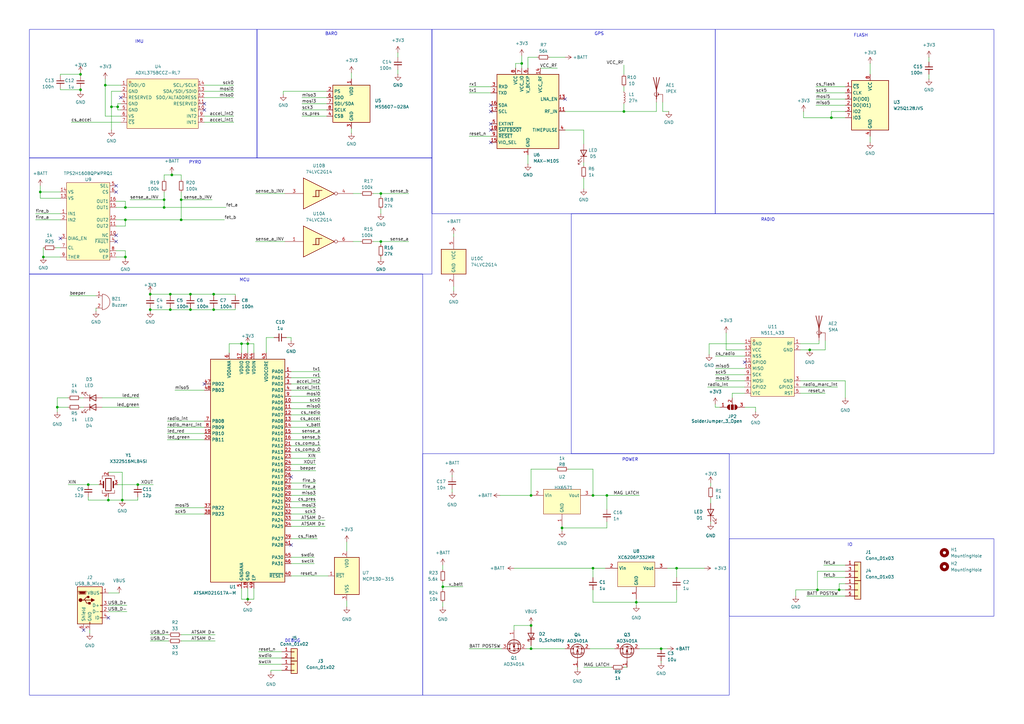
<source format=kicad_sch>
(kicad_sch (version 20250114) (generator "eeschema") (generator_version "9.0")
  (paper "A3")
  (rectangle (start 173.355 186.055) (end 299.085 285.115))
  (rectangle (start 293.37 12.065) (end 407.67 87.63))
  (rectangle (start 234.315 87.63) (end 407.67 186.055))
  (rectangle (start 105.41 12.065) (end 177.165 64.77))
  (rectangle (start 12.065 64.77) (end 177.165 112.395))
  (rectangle (start 177.165 12.065) (end 293.37 87.63))
  (rectangle (start 12.065 112.395) (end 173.355 285.115))
  (rectangle (start 12.065 12.065) (end 105.41 64.77))
  (rectangle (start 299.085 220.98) (end 407.67 252.73))
  (text "IMU" (at 57.15 17.145 0) (effects (font (size 1.27 1.27))))
  (text "PYRO" (at 80.01 66.675 0) (effects (font (size 1.27 1.27))))
  (text "DEBUG" (at 120.015 262.89 0) (effects (font (size 1.27 1.27))))
  (text "GPS" (at 245.745 13.97 0) (effects (font (size 1.27 1.27))))
  (text "MCU" (at 100.33 114.935 0) (effects (font (size 1.27 1.27))))
  (text "BARO" (at 135.89 13.97 0) (effects (font (size 1.27 1.27))))
  (text "RADIO" (at 314.96 90.17 0) (effects (font (size 1.27 1.27))))
  (text "POWER" (at 258.445 188.595 0) (effects (font (size 1.27 1.27))))
  (text "FLASH" (at 353.06 14.605 0) (effects (font (size 1.27 1.27))))
  (text "IO\n" (at 348.615 223.52 0) (effects (font (size 1.27 1.27))))
  (junction (at 271.145 266.065))
  (junction (at 78.105 127))
  (junction (at 33.02 36.83))
  (junction (at 50.165 205.105))
  (junction (at 33.02 30.48))
  (junction (at 69.85 120.65))
  (junction (at 260.985 247.015))
  (junction (at 74.295 81.915))
  (junction (at 243.205 233.045))
  (junction (at 23.495 167.005))
  (junction (at 45.72 43.815))
  (junction (at 230.505 216.535))
  (junction (at 344.17 241.935))
  (junction (at 51.435 85.09))
  (junction (at 61.595 120.65))
  (junction (at 44.45 205.105))
  (junction (at 335.28 241.935))
  (junction (at 99.06 140.97))
  (junction (at 156.21 79.375))
  (junction (at 51.435 105.41))
  (junction (at 332.105 143.51))
  (junction (at 101.6 140.97))
  (junction (at 67.31 85.09))
  (junction (at 156.21 99.06))
  (junction (at 61.595 127))
  (junction (at 217.805 256.54))
  (junction (at 213.995 26.035))
  (junction (at 78.105 120.65))
  (junction (at 277.495 233.045))
  (junction (at 43.18 34.925))
  (junction (at 16.51 78.74))
  (junction (at 56.515 198.755))
  (junction (at 74.295 90.17))
  (junction (at 51.435 90.17))
  (junction (at 101.6 245.745))
  (junction (at 255.905 45.72))
  (junction (at 87.63 120.65))
  (junction (at 217.805 266.065))
  (junction (at 243.205 203.2))
  (junction (at 70.485 71.755))
  (junction (at 217.805 203.2))
  (junction (at 36.195 198.755))
  (junction (at 69.85 127))
  (junction (at 340.995 48.26))
  (junction (at 248.92 203.2))
  (junction (at 17.78 105.41))
  (junction (at 181.61 240.665))
  (junction (at 67.31 81.915))
  (junction (at 48.26 43.815))
  (junction (at 87.63 127))
  (no_connect (at 201.295 43.18))
  (no_connect (at 34.29 258.445))
  (no_connect (at 44.45 253.365))
  (no_connect (at 83.82 157.48))
  (no_connect (at 201.295 45.72))
  (no_connect (at 201.295 50.8))
  (no_connect (at 47.625 76.2))
  (no_connect (at 49.53 40.005))
  (no_connect (at 231.775 40.64))
  (no_connect (at 47.625 78.74))
  (no_connect (at 47.625 96.52))
  (no_connect (at 201.295 58.42))
  (no_connect (at 201.295 53.34))
  (no_connect (at 83.82 42.545))
  (no_connect (at 119.38 195.58))
  (no_connect (at 119.38 223.52))
  (no_connect (at 305.435 148.59))
  (no_connect (at 24.765 97.79))
  (no_connect (at 47.625 99.06))
  (no_connect (at 83.82 45.085))
  (wire (pts (xy 119.38 170.18) (xy 131.445 170.18)))
  (wire (pts (xy 201.295 38.1) (xy 192.405 38.1)))
  (wire (pts (xy 255.905 35.56) (xy 255.905 37.465)))
  (wire (pts (xy 181.61 247.015) (xy 181.61 248.92)))
  (wire (pts (xy 255.905 273.685) (xy 257.175 273.685)))
  (wire (pts (xy 305.435 146.05) (xy 293.37 146.05)))
  (wire (pts (xy 163.195 28.575) (xy 163.195 30.48)))
  (wire (pts (xy 142.24 222.25) (xy 142.24 226.06)))
  (wire (pts (xy 69.85 120.65) (xy 69.85 121.285)))
  (wire (pts (xy 27.94 163.195) (xy 23.495 163.195)))
  (wire (pts (xy 131.445 185.42) (xy 119.38 185.42)))
  (wire (pts (xy 338.455 143.51) (xy 332.105 143.51)))
  (wire (pts (xy 119.38 157.48) (xy 131.445 157.48)))
  (wire (pts (xy 248.92 203.2) (xy 248.92 208.915)))
  (wire (pts (xy 335.915 140.97) (xy 335.915 139.7)))
  (wire (pts (xy 260.985 247.015) (xy 260.985 248.285)))
  (wire (pts (xy 271.145 271.145) (xy 271.145 271.78)))
  (wire (pts (xy 156.21 99.06) (xy 156.21 100.33)))
  (wire (pts (xy 248.92 216.535) (xy 230.505 216.535)))
  (wire (pts (xy 243.205 203.2) (xy 248.92 203.2)))
  (wire (pts (xy 119.38 154.94) (xy 131.445 154.94)))
  (wire (pts (xy 144.145 29.845) (xy 144.145 32.385)))
  (wire (pts (xy 24.765 36.83) (xy 24.765 36.195)))
  (wire (pts (xy 346.71 38.1) (xy 334.645 38.1)))
  (wire (pts (xy 44.45 250.825) (xy 52.07 250.825)))
  (wire (pts (xy 156.21 106.045) (xy 156.21 105.41)))
  (wire (pts (xy 33.02 30.48) (xy 24.765 30.48)))
  (wire (pts (xy 83.82 50.165) (xy 95.885 50.165)))
  (wire (pts (xy 215.9 266.065) (xy 217.805 266.065)))
  (wire (pts (xy 119.38 205.74) (xy 129.54 205.74)))
  (wire (pts (xy 335.28 234.315) (xy 346.71 234.315)))
  (wire (pts (xy 381 30.48) (xy 381 32.385)))
  (wire (pts (xy 239.395 67.945) (xy 239.395 66.675)))
  (wire (pts (xy 269.24 41.91) (xy 269.24 45.72)))
  (wire (pts (xy 144.145 52.705) (xy 144.145 54.61)))
  (wire (pts (xy 47.625 102.87) (xy 51.435 102.87)))
  (wire (pts (xy 50.165 205.105) (xy 44.45 205.105)))
  (wire (pts (xy 291.465 206.375) (xy 291.465 204.47)))
  (wire (pts (xy 338.455 139.7) (xy 338.455 143.51)))
  (wire (pts (xy 67.31 81.915) (xy 67.31 85.09)))
  (wire (pts (xy 163.195 21.59) (xy 163.195 23.495)))
  (wire (pts (xy 346.71 35.56) (xy 334.645 35.56)))
  (wire (pts (xy 36.195 205.105) (xy 44.45 205.105)))
  (wire (pts (xy 99.06 140.97) (xy 101.6 140.97)))
  (wire (pts (xy 87.63 127) (xy 87.63 126.365)))
  (wire (pts (xy 133.985 42.545) (xy 123.825 42.545)))
  (wire (pts (xy 340.995 45.72) (xy 340.995 48.26)))
  (wire (pts (xy 213.995 26.035) (xy 213.995 27.94)))
  (wire (pts (xy 68.58 172.72) (xy 83.82 172.72)))
  (wire (pts (xy 48.26 43.815) (xy 48.26 45.085)))
  (wire (pts (xy 16.51 81.28) (xy 16.51 78.74)))
  (wire (pts (xy 104.775 79.375) (xy 116.84 79.375)))
  (wire (pts (xy 119.38 200.66) (xy 129.54 200.66)))
  (wire (pts (xy 61.595 127) (xy 61.595 127.635)))
  (wire (pts (xy 346.71 163.195) (xy 346.71 156.21)))
  (wire (pts (xy 51.435 106.045) (xy 51.435 105.41)))
  (wire (pts (xy 343.535 158.75) (xy 328.295 158.75)))
  (wire (pts (xy 274.32 45.72) (xy 271.78 45.72)))
  (wire (pts (xy 217.805 256.54) (xy 217.805 257.175)))
  (wire (pts (xy 230.505 215.9) (xy 230.505 216.535)))
  (wire (pts (xy 61.595 127) (xy 69.85 127)))
  (wire (pts (xy 239.395 73.025) (xy 239.395 77.47)))
  (wire (pts (xy 300.355 163.195) (xy 300.355 161.29)))
  (wire (pts (xy 61.595 120.65) (xy 61.595 121.285)))
  (wire (pts (xy 119.38 162.56) (xy 131.445 162.56)))
  (wire (pts (xy 23.495 167.005) (xy 23.495 168.91)))
  (wire (pts (xy 335.28 241.935) (xy 344.17 241.935)))
  (wire (pts (xy 330.835 244.475) (xy 346.71 244.475)))
  (wire (pts (xy 192.405 266.065) (xy 205.74 266.065)))
  (wire (pts (xy 116.205 38.735) (xy 116.205 37.465)))
  (wire (pts (xy 210.82 256.54) (xy 217.805 256.54)))
  (wire (pts (xy 309.88 167.005) (xy 305.435 167.005)))
  (wire (pts (xy 255.905 42.545) (xy 255.905 45.72)))
  (wire (pts (xy 70.485 71.755) (xy 74.295 71.755)))
  (wire (pts (xy 74.295 81.915) (xy 74.295 90.17)))
  (wire (pts (xy 213.995 26.035) (xy 211.455 26.035)))
  (wire (pts (xy 260.985 245.745) (xy 260.985 247.015)))
  (wire (pts (xy 241.935 266.065) (xy 252.095 266.065)))
  (wire (pts (xy 99.06 241.3) (xy 99.06 245.745)))
  (wire (pts (xy 119.38 236.22) (xy 134.62 236.22)))
  (wire (pts (xy 260.985 247.015) (xy 277.495 247.015)))
  (wire (pts (xy 56.515 205.105) (xy 50.165 205.105)))
  (wire (pts (xy 87.63 127) (xy 96.52 127)))
  (wire (pts (xy 260.985 247.015) (xy 243.205 247.015)))
  (wire (pts (xy 119.38 198.12) (xy 129.54 198.12)))
  (wire (pts (xy 293.37 165.735) (xy 293.37 167.005)))
  (wire (pts (xy 119.38 172.72) (xy 131.445 172.72)))
  (wire (pts (xy 346.71 156.21) (xy 328.295 156.21)))
  (wire (pts (xy 328.295 140.97) (xy 335.915 140.97)))
  (wire (pts (xy 291.465 198.12) (xy 291.465 199.39)))
  (wire (pts (xy 213.995 22.86) (xy 213.995 26.035)))
  (wire (pts (xy 112.395 138.43) (xy 109.22 138.43)))
  (wire (pts (xy 332.105 143.51) (xy 328.295 143.51)))
  (wire (pts (xy 51.435 105.41) (xy 47.625 105.41)))
  (wire (pts (xy 119.38 180.34) (xy 131.445 180.34)))
  (wire (pts (xy 56.515 198.755) (xy 62.865 198.755)))
  (wire (pts (xy 74.295 262.89) (xy 88.265 262.89)))
  (wire (pts (xy 67.31 71.755) (xy 67.31 73.66)))
  (wire (pts (xy 99.06 245.745) (xy 101.6 245.745)))
  (wire (pts (xy 43.18 34.925) (xy 49.53 34.925)))
  (wire (pts (xy 106.045 267.335) (xy 115.57 267.335)))
  (wire (pts (xy 153.035 79.375) (xy 156.21 79.375)))
  (wire (pts (xy 305.435 151.13) (xy 293.37 151.13)))
  (wire (pts (xy 61.595 127) (xy 61.595 126.365)))
  (wire (pts (xy 205.105 203.2) (xy 217.805 203.2)))
  (wire (pts (xy 47.625 82.55) (xy 51.435 82.55)))
  (wire (pts (xy 70.485 71.12) (xy 70.485 71.755)))
  (wire (pts (xy 22.86 101.6) (xy 24.765 101.6)))
  (wire (pts (xy 44.45 248.285) (xy 52.07 248.285)))
  (wire (pts (xy 45.72 37.465) (xy 49.53 37.465)))
  (wire (pts (xy 119.38 210.82) (xy 129.54 210.82)))
  (wire (pts (xy 340.995 48.26) (xy 346.71 48.26)))
  (wire (pts (xy 83.82 47.625) (xy 95.885 47.625)))
  (wire (pts (xy 153.035 99.06) (xy 156.21 99.06)))
  (wire (pts (xy 255.905 26.67) (xy 255.905 30.48)))
  (wire (pts (xy 24.765 81.28) (xy 16.51 81.28)))
  (wire (pts (xy 45.72 43.815) (xy 48.26 43.815)))
  (wire (pts (xy 189.865 240.665) (xy 181.61 240.665)))
  (wire (pts (xy 221.615 27.94) (xy 228.6 27.94)))
  (wire (pts (xy 119.38 187.96) (xy 129.54 187.96)))
  (wire (pts (xy 57.15 163.195) (xy 41.91 163.195)))
  (wire (pts (xy 119.38 138.43) (xy 117.475 138.43)))
  (wire (pts (xy 220.345 23.495) (xy 216.535 23.495)))
  (wire (pts (xy 43.18 47.625) (xy 49.53 47.625)))
  (wire (pts (xy 119.38 139.7) (xy 119.38 138.43)))
  (wire (pts (xy 104.14 144.78) (xy 104.14 140.97)))
  (wire (pts (xy 185.42 194.945) (xy 185.42 195.58)))
  (wire (pts (xy 47.625 85.09) (xy 51.435 85.09)))
  (wire (pts (xy 335.28 234.315) (xy 335.28 241.935)))
  (wire (pts (xy 156.21 99.06) (xy 167.64 99.06)))
  (wire (pts (xy 44.45 243.205) (xy 48.895 243.205)))
  (wire (pts (xy 23.495 163.195) (xy 23.495 167.005)))
  (wire (pts (xy 181.61 238.76) (xy 181.61 240.665)))
  (wire (pts (xy 51.435 92.71) (xy 51.435 90.17)))
  (wire (pts (xy 111.125 275.59) (xy 111.125 274.955)))
  (wire (pts (xy 33.02 36.83) (xy 33.02 36.195)))
  (wire (pts (xy 119.38 215.9) (xy 133.35 215.9)))
  (wire (pts (xy 186.055 95.885) (xy 186.055 97.155)))
  (wire (pts (xy 119.38 203.2) (xy 129.54 203.2)))
  (wire (pts (xy 74.295 81.915) (xy 86.995 81.915)))
  (wire (pts (xy 144.78 99.06) (xy 147.955 99.06)))
  (wire (pts (xy 83.82 40.005) (xy 95.885 40.005)))
  (wire (pts (xy 53.34 81.915) (xy 67.31 81.915)))
  (wire (pts (xy 69.85 120.65) (xy 78.105 120.65)))
  (wire (pts (xy 290.83 140.97) (xy 305.435 140.97)))
  (wire (pts (xy 47.625 92.71) (xy 51.435 92.71)))
  (wire (pts (xy 104.14 241.3) (xy 104.14 245.745)))
  (wire (pts (xy 217.805 264.795) (xy 217.805 266.065)))
  (wire (pts (xy 24.765 78.74) (xy 16.51 78.74)))
  (wire (pts (xy 67.31 78.74) (xy 67.31 81.915)))
  (wire (pts (xy 39.37 126.365) (xy 39.37 127.635)))
  (wire (pts (xy 48.26 198.755) (xy 56.515 198.755)))
  (wire (pts (xy 44.45 193.675) (xy 50.165 193.675)))
  (wire (pts (xy 44.45 205.105) (xy 44.45 203.835)))
  (wire (pts (xy 68.58 175.26) (xy 83.82 175.26)))
  (wire (pts (xy 133.985 40.005) (xy 123.825 40.005)))
  (wire (pts (xy 83.82 208.28) (xy 71.755 208.28)))
  (wire (pts (xy 74.295 90.17) (xy 92.075 90.17)))
  (wire (pts (xy 93.98 144.78) (xy 93.98 140.97)))
  (wire (pts (xy 119.38 152.4) (xy 131.445 152.4)))
  (wire (pts (xy 248.92 213.995) (xy 248.92 216.535)))
  (wire (pts (xy 69.215 260.35) (xy 61.595 260.35)))
  (wire (pts (xy 277.495 233.045) (xy 277.495 236.855)))
  (wire (pts (xy 119.38 160.02) (xy 131.445 160.02)))
  (wire (pts (xy 36.195 203.835) (xy 36.195 205.105)))
  (wire (pts (xy 329.565 48.26) (xy 340.995 48.26)))
  (wire (pts (xy 271.145 266.065) (xy 273.685 266.065)))
  (wire (pts (xy 49.53 50.165) (xy 29.21 50.165)))
  (wire (pts (xy 277.495 233.045) (xy 288.925 233.045)))
  (wire (pts (xy 144.78 79.375) (xy 147.955 79.375)))
  (wire (pts (xy 116.205 37.465) (xy 133.985 37.465)))
  (wire (pts (xy 51.435 90.17) (xy 74.295 90.17)))
  (wire (pts (xy 346.71 43.18) (xy 334.645 43.18)))
  (wire (pts (xy 87.63 120.65) (xy 87.63 121.285)))
  (wire (pts (xy 69.215 262.89) (xy 61.595 262.89)))
  (wire (pts (xy 326.39 241.935) (xy 335.28 241.935)))
  (wire (pts (xy 96.52 127) (xy 96.52 126.365)))
  (wire (pts (xy 356.87 55.88) (xy 356.87 58.42)))
  (wire (pts (xy 239.395 273.685) (xy 250.825 273.685)))
  (wire (pts (xy 119.38 208.28) (xy 129.54 208.28)))
  (wire (pts (xy 51.435 82.55) (xy 51.435 85.09)))
  (wire (pts (xy 192.405 55.88) (xy 201.295 55.88)))
  (wire (pts (xy 142.24 246.38) (xy 142.24 248.92)))
  (wire (pts (xy 243.205 233.045) (xy 243.205 236.855)))
  (wire (pts (xy 156.21 79.375) (xy 156.21 80.645)))
  (wire (pts (xy 78.105 127) (xy 78.105 126.365)))
  (wire (pts (xy 74.295 260.35) (xy 88.265 260.35)))
  (wire (pts (xy 344.17 241.935) (xy 346.71 241.935)))
  (wire (pts (xy 28.575 121.285) (xy 39.37 121.285)))
  (wire (pts (xy 109.22 138.43) (xy 109.22 144.78)))
  (wire (pts (xy 217.805 266.065) (xy 231.775 266.065)))
  (wire (pts (xy 227.965 192.405) (xy 217.805 192.405)))
  (wire (pts (xy 74.295 73.66) (xy 74.295 71.755)))
  (wire (pts (xy 156.21 79.375) (xy 167.64 79.375)))
  (wire (pts (xy 119.38 190.5) (xy 129.54 190.5)))
  (wire (pts (xy 101.6 241.3) (xy 101.6 245.745)))
  (wire (pts (xy 305.435 153.67) (xy 293.37 153.67)))
  (wire (pts (xy 93.98 140.97) (xy 99.06 140.97)))
  (wire (pts (xy 24.765 87.63) (xy 14.605 87.63)))
  (wire (pts (xy 119.38 177.8) (xy 131.445 177.8)))
  (wire (pts (xy 69.85 127) (xy 69.85 126.365)))
  (wire (pts (xy 24.765 30.48) (xy 24.765 31.115)))
  (wire (pts (xy 225.425 23.495) (xy 231.775 23.495)))
  (wire (pts (xy 326.39 244.475) (xy 326.39 241.935)))
  (wire (pts (xy 243.205 192.405) (xy 243.205 203.2)))
  (wire (pts (xy 186.055 117.475) (xy 186.055 119.38)))
  (wire (pts (xy 48.26 43.815) (xy 48.26 42.545)))
  (wire (pts (xy 45.72 43.815) (xy 45.72 37.465)))
  (wire (pts (xy 43.18 34.925) (xy 43.18 47.625)))
  (wire (pts (xy 78.105 120.65) (xy 87.63 120.65)))
  (wire (pts (xy 83.82 34.925) (xy 95.885 34.925)))
  (wire (pts (xy 210.82 256.54) (xy 210.82 258.445)))
  (wire (pts (xy 290.83 145.415) (xy 290.83 140.97)))
  (wire (pts (xy 61.595 120.65) (xy 69.85 120.65)))
  (wire (pts (xy 83.82 210.82) (xy 71.755 210.82)))
  (wire (pts (xy 156.21 85.725) (xy 156.21 87.63)))
  (wire (pts (xy 239.395 53.34) (xy 239.395 59.055)))
  (wire (pts (xy 217.805 192.405) (xy 217.805 203.2)))
  (wire (pts (xy 231.775 45.72) (xy 255.905 45.72)))
  (wire (pts (xy 293.37 167.005) (xy 295.275 167.005)))
  (wire (pts (xy 217.805 255.905) (xy 217.805 256.54)))
  (wire (pts (xy 269.24 45.72) (xy 255.905 45.72)))
  (wire (pts (xy 99.06 144.78) (xy 99.06 140.97)))
  (wire (pts (xy 201.295 35.56) (xy 192.405 35.56)))
  (wire (pts (xy 33.02 30.48) (xy 33.02 31.115)))
  (wire (pts (xy 51.435 102.87) (xy 51.435 105.41)))
  (wire (pts (xy 67.31 85.09) (xy 92.71 85.09)))
  (wire (pts (xy 133.985 45.085) (xy 123.825 45.085)))
  (wire (pts (xy 230.505 216.535) (xy 230.505 217.805)))
  (wire (pts (xy 104.775 99.06) (xy 116.84 99.06)))
  (wire (pts (xy 356.87 26.035) (xy 356.87 30.48)))
  (wire (pts (xy 119.38 182.88) (xy 131.445 182.88)))
  (wire (pts (xy 68.58 177.8) (xy 83.82 177.8)))
  (wire (pts (xy 56.515 203.835) (xy 56.515 205.105)))
  (wire (pts (xy 104.14 140.97) (xy 101.6 140.97)))
  (wire (pts (xy 111.125 274.955) (xy 115.57 274.955)))
  (wire (pts (xy 346.71 239.395) (xy 344.17 239.395)))
  (wire (pts (xy 291.465 213.995) (xy 291.465 214.63)))
  (wire (pts (xy 309.88 168.91) (xy 309.88 167.005)))
  (wire (pts (xy 27.94 198.755) (xy 36.195 198.755)))
  (wire (pts (xy 216.535 63.5) (xy 216.535 67.31)))
  (wire (pts (xy 16.51 78.74) (xy 16.51 76.2)))
  (wire (pts (xy 115.57 269.875) (xy 106.045 269.875)))
  (wire (pts (xy 43.18 32.385) (xy 43.18 34.925)))
  (wire (pts (xy 33.02 163.195) (xy 34.29 163.195)))
  (wire (pts (xy 262.255 266.065) (xy 271.145 266.065)))
  (wire (pts (xy 236.855 274.32) (xy 236.855 273.685)))
  (wire (pts (xy 70.485 71.755) (xy 67.31 71.755)))
  (wire (pts (xy 181.61 231.775) (xy 181.61 233.68)))
  (wire (pts (xy 211.455 26.035) (xy 211.455 27.94)))
  (wire (pts (xy 104.14 245.745) (xy 101.6 245.745)))
  (wire (pts (xy 61.595 120.015) (xy 61.595 120.65)))
  (wire (pts (xy 119.38 228.6) (xy 128.905 228.6)))
  (wire (pts (xy 337.82 236.855) (xy 346.71 236.855)))
  (wire (pts (xy 231.775 53.34) (xy 239.395 53.34)))
  (wire (pts (xy 87.63 120.65) (xy 96.52 120.65)))
  (wire (pts (xy 33.02 36.83) (xy 33.02 37.465)))
  (wire (pts (xy 133.985 47.625) (xy 123.825 47.625)))
  (wire (pts (xy 297.815 143.51) (xy 305.435 143.51)))
  (wire (pts (xy 45.72 53.34) (xy 45.72 43.815)))
  (wire (pts (xy 119.38 175.26) (xy 131.445 175.26)))
  (wire (pts (xy 273.685 233.045) (xy 277.495 233.045)))
  (wire (pts (xy 119.38 167.64) (xy 131.445 167.64)))
  (wire (pts (xy 346.71 45.72) (xy 340.995 45.72)))
  (wire (pts (xy 305.435 156.21) (xy 293.37 156.21)))
  (wire (pts (xy 83.82 160.02) (xy 71.755 160.02)))
  (wire (pts (xy 36.195 198.755) (xy 40.64 198.755)))
  (wire (pts (xy 83.82 37.465) (xy 95.885 37.465)))
  (wire (pts (xy 243.205 241.935) (xy 243.205 247.015)))
  (wire (pts (xy 248.92 203.2) (xy 262.255 203.2)))
  (wire (pts (xy 47.625 90.17) (xy 51.435 90.17)))
  (wire (pts (xy 96.52 120.65) (xy 96.52 121.285)))
  (wire (pts (xy 33.02 167.005) (xy 34.29 167.005)))
  (wire (pts (xy 74.295 78.74) (xy 74.295 81.915)))
  (wire (pts (xy 48.26 45.085) (xy 49.53 45.085)))
  (wire (pts (xy 329.565 45.72) (xy 329.565 48.26)))
  (wire (pts (xy 57.15 167.005) (xy 41.91 167.005)))
  (wire (pts (xy 381 23.495) (xy 381 25.4)))
  (wire (pts (xy 129.54 193.04) (xy 119.38 193.04)))
  (wire (pts (xy 233.045 192.405) (xy 243.205 192.405)))
  (wire (pts (xy 271.78 45.72) (xy 271.78 41.91)))
  (wire (pts (xy 48.26 42.545) (xy 49.53 42.545)))
  (wire (pts (xy 185.42 200.66) (xy 185.42 201.93)))
  (wire (pts (xy 78.105 127) (xy 87.63 127)))
  (wire (pts (xy 17.78 101.6) (xy 17.78 105.41)))
  (wire (pts (xy 115.57 272.415) (xy 106.045 272.415)))
  (wire (pts (xy 27.94 167.005) (xy 23.495 167.005)))
  (wire (pts (xy 337.82 231.775) (xy 346.71 231.775)))
  (wire (pts (xy 119.38 220.98) (xy 130.175 220.98)))
  (wire (pts (xy 17.78 105.41) (xy 24.765 105.41)))
  (wire (pts (xy 290.195 158.75) (xy 305.435 158.75)))
  (wire (pts (xy 33.02 29.845) (xy 33.02 30.48)))
  (wire (pts (xy 119.38 231.14) (xy 128.905 231.14)))
  (wire (pts (xy 78.105 120.65) (xy 78.105 121.285)))
  (wire (pts (xy 24.765 90.17) (xy 14.605 90.17)))
  (wire (pts (xy 277.495 241.935) (xy 277.495 247.015)))
  (wire (pts (xy 300.355 161.29) (xy 305.435 161.29)))
  (wire (pts (xy 36.83 258.445) (xy 36.83 259.715)))
  (wire (pts (xy 210.82 233.045) (xy 243.205 233.045)))
  (wire (pts (xy 50.165 193.675) (xy 50.165 205.105)))
  (wire (pts (xy 346.71 40.64) (xy 334.645 40.64)))
  (wire (pts (xy 338.455 161.29) (xy 328.295 161.29)))
  (wire (pts (xy 101.6 140.97) (xy 101.6 144.78)))
  (wire (pts (xy 181.61 240.665) (xy 181.61 241.935)))
  (wire (pts (xy 33.02 36.83) (xy 24.765 36.83)))
  (wire (pts (xy 216.535 23.495) (xy 216.535 27.94)))
  (wire (pts (xy 119.38 165.1) (xy 131.445 165.1)))
  (wire (pts (xy 297.815 136.525) (xy 297.815 143.51)))
  (wire (pts (xy 69.85 127) (xy 78.105 127)))
  (wire (pts (xy 344.17 239.395) (xy 344.17 241.935)))
  (wire (pts (xy 68.58 180.34) (xy 83.82 180.34)))
  (wire (pts (xy 243.205 233.045) (xy 248.285 233.045)))
  (wire (pts (xy 119.38 213.36) (xy 133.35 213.36)))
  (wire (pts (xy 51.435 85.09) (xy 67.31 85.09)))
  (label "sense_b_INV" (at 104.775 79.375 0))
  (label "sck5" (at 293.37 153.67 0))
  (label "fet_b" (at 337.82 236.855 0))
  (label "sense_b_INV" (at 86.995 81.915 180))
  (label "USB_D+" (at 61.595 260.35 0))
  (label "mosi3" (at 129.54 208.28 180))
  (label "ATSAM D-" (at 88.265 262.89 180))
  (label "XOUT" (at 129.54 190.5 180))
  (label "rx1" (at 192.405 35.56 0))
  (label "sck3" (at 123.825 45.085 0))
  (label "cs_radio" (at 131.445 170.18 180))
  (label "sck5" (at 71.755 210.82 0))
  (label "cs_comp_1" (at 131.445 182.88 180))
  (label "sense_a_INV" (at 53.34 81.915 0))
  (label "rx1" (at 131.445 154.94 180))
  (label "fire_a" (at 14.605 90.17 0))
  (label "sck3" (at 129.54 210.82 180))
  (label "sense_b" (at 131.445 180.34 180))
  (label "mosi5" (at 334.645 40.64 0))
  (label "cs_flash" (at 130.175 220.98 180))
  (label "USB_D+" (at 52.07 248.285 180))
  (label "VCC_RF" (at 255.905 26.67 180))
  (label "led_green" (at 68.58 180.34 0))
  (label "sense_a_INV" (at 104.775 99.06 0))
  (label "beeper" (at 129.54 193.04 180))
  (label "fet_a" (at 92.71 85.09 0))
  (label "reset_n" (at 338.455 161.29 180))
  (label "cs_pres" (at 123.825 47.625 0))
  (label "radio_int" (at 290.195 158.75 0))
  (label "miso3" (at 123.825 40.005 0))
  (label "radio_int" (at 68.58 172.72 0))
  (label "tx1" (at 131.445 152.4 180))
  (label "beeper" (at 28.575 121.285 0))
  (label "miso3" (at 129.54 203.2 180))
  (label "fet_a" (at 337.82 231.775 0))
  (label "fire_b" (at 129.54 198.12 180))
  (label "USB_D-" (at 52.07 250.825 180))
  (label "ATSAM D+" (at 133.35 215.9 180))
  (label "sense_a" (at 131.445 177.8 180))
  (label "XIN" (at 27.94 198.755 0))
  (label "sense_a" (at 167.64 99.06 180))
  (label "reset_n" (at 130.175 236.22 180))
  (label "mosi5" (at 71.755 208.28 0))
  (label "swdio" (at 106.045 269.875 0))
  (label "swclk" (at 106.045 272.415 0))
  (label "miso5" (at 71.755 160.02 0))
  (label "mosi0" (at 131.445 162.56 180))
  (label "led_green" (at 57.15 167.005 180))
  (label "cs_accel" (at 131.445 172.72 180))
  (label "MAG LATCH" (at 262.255 203.2 180))
  (label "reset_n" (at 106.045 267.335 0))
  (label "miso5" (at 334.645 43.18 0))
  (label "swclk" (at 128.905 231.14 180))
  (label "cs_accel" (at 29.21 50.165 0))
  (label "cs_pres" (at 129.54 205.74 180))
  (label "miso0" (at 95.885 40.005 180))
  (label "sck0" (at 95.885 34.925 180))
  (label "mosi3" (at 123.825 42.545 0))
  (label "accel_int2" (at 131.445 157.48 180))
  (label "fet_b" (at 92.075 90.17 0))
  (label "BATT POSTSW" (at 192.405 266.065 0))
  (label "miso0" (at 131.445 167.64 180))
  (label "MAG LATCH" (at 239.395 273.685 0))
  (label "accel_int1" (at 131.445 160.02 180))
  (label "led_red" (at 57.15 163.195 180))
  (label "reset_n" (at 192.405 55.88 0))
  (label "ATSAM D+" (at 88.265 260.35 180))
  (label "tx1" (at 192.405 38.1 0))
  (label "v_batt" (at 131.445 175.26 180))
  (label "miso5" (at 293.37 151.13 0))
  (label "accel_int1" (at 95.885 50.165 180))
  (label "accel_int2" (at 95.885 47.625 180))
  (label "cs_radio" (at 293.37 146.05 0))
  (label "ATSAM D-" (at 133.35 213.36 180))
  (label "sck0" (at 131.445 165.1 180))
  (label "XOUT" (at 62.865 198.755 180))
  (label "sense_b" (at 167.64 79.375 180))
  (label "swdio" (at 128.905 228.6 180))
  (label "led_red" (at 68.58 177.8 0))
  (label "VCC_RF" (at 228.6 27.94 180))
  (label "BATT POSTSW" (at 330.835 244.475 0))
  (label "mosi0" (at 95.885 37.465 180))
  (label "USB_D-" (at 61.595 262.89 0))
  (label "sck5" (at 334.645 38.1 0))
  (label "radio_marc_int" (at 343.535 158.75 180))
  (label "fire_b" (at 14.605 87.63 0))
  (label "radio_marc_int" (at 68.58 175.26 0))
  (label "cs_flash" (at 334.645 35.56 0))
  (label "cs_comp_0" (at 131.445 185.42 180))
  (label "fire_a" (at 129.54 200.66 180))
  (label "mosi5" (at 293.37 156.21 0))
  (label "XIN" (at 129.54 187.96 180))
  (label "v_batt" (at 189.865 240.665 180))
  (symbol (lib_name "+3V3_2") (lib_id "power:+3V3") (at 43.18 32.385 0) (unit 1)
    (property "Reference" "#PWR025" (effects (hide yes)))
    (property "Value" "+3V3" (at 43.18 27.305 0))
    (property "Description" "Power symbol creates a global label with name \"+3V3\"" (effects (hide yes)))
  )
  (symbol (lib_name "GND_3") (lib_id "power:GND") (at 230.505 217.805 0) (unit 1)
    (property "Reference" "#PWR046" (effects (hide yes)))
    (property "Value" "GND" (at 230.505 222.885 0))
    (property "Description" "Power symbol creates a global label with name \"GND\" , ground" (effects (hide yes)))
  )
  (symbol (lib_name "+3V3_5") (lib_id "power:+3V3") (at 356.87 26.035 0) (unit 1)
    (property "Reference" "#PWR040" (effects (hide yes)))
    (property "Value" "+3V3" (at 356.87 21.59 0))
    (property "Description" "Power symbol creates a global label with name \"+3V3\"" (effects (hide yes)))
  )
  (symbol (lib_id "Device:R_Small") (at 239.395 70.485 0) (mirror x) (unit 1)
    (property "Reference" "R6" (at 242.57 69.215 0))
    (property "Value" "1k" (at 242.57 71.755 0))
    (property "Footprint" "Resistor_SMD:R_0402_1005Metric" (effects (hide yes)))
    (property "LCSC Part" "C11702" (effects (hide yes)))
  )
  (symbol (lib_id "power:+12P") (at 205.105 203.2 90) (unit 1)
    (property "Reference" "#PWR045" (effects (hide yes)))
    (property "Value" "+BATT" (at 201.93 203.1999 90) (effects (justify left)))
  )
  (symbol (lib_id "power:+12P") (at 185.42 194.945 0) (unit 1)
    (property "Reference" "#PWR043" (effects (hide yes)))
    (property "Value" "+BATT" (at 185.42 189.865 0))
  )
  (symbol (lib_id "Device:R_Small") (at 222.885 23.495 90) (unit 1)
    (property "Reference" "R7" (at 222.885 18.415 90))
    (property "Value" "56k" (at 222.885 20.955 90))
    (property "Footprint" "Resistor_SMD:R_0402_1005Metric" (effects (hide yes)))
    (property "Description" "Resistor, small symbol" (effects (hide yes)))
    (property "LCSC Part" "C25796" (effects (hide yes)))
  )
  (symbol (lib_id "Device:LED") (at 38.1 167.005 0) (unit 1) (in_bom no)
    (property "Reference" "D4" (at 36.5125 174.625 0))
    (property "Value" "LED" (at 36.5125 172.085 0))
    (property "Footprint" "LED_SMD:LED_0805_2012Metric" (effects (hide yes)))
  )
  (symbol (lib_id "74xGxx:74LVC2G14") (at 132.08 79.375 0) (unit 2)
    (property "Reference" "U10" (at 130.81 67.945 0))
    (property "Value" "74LVC2G14" (at 130.81 70.485 0))
    (property "Footprint" "Package_TO_SOT_SMD:SOT-363_SC-70-6" (effects (hide yes)))
    (property "Datasheet" "https://www.ti.com/lit/ds/symlink/sn74lvc2g14.pdf" (effects (hide yes)))
    (property "Description" "Dual NOT Gate, Schmitt Triggered, Low-Voltage CMOS" (effects (hide yes)))
    (property "LCSC Part" "C19829575" (effects (hide yes)))
  )
  (symbol (lib_name "GND_13") (lib_id "power:GND") (at 332.105 143.51 0) (unit 1)
    (property "Reference" "#PWR060" (effects (hide yes)))
    (property "Value" "GND" (at 332.105 148.59 0))
    (property "Description" "Power symbol creates a global label with name \"GND\" , ground" (effects (hide yes)))
  )
  (symbol (lib_id "power:+12P") (at 273.685 266.065 270) (unit 1)
    (property "Reference" "#PWR010" (effects (hide yes)))
    (property "Value" "+BATT" (at 276.86 266.065 90) (effects (justify left)))
  )
  (symbol (lib_id "Device:R_Small") (at 255.905 33.02 0) (mirror x) (unit 1)
    (property "Reference" "R10" (at 259.08 31.75 0))
    (property "Value" "10" (at 259.08 34.29 0))
    (property "Footprint" "Resistor_SMD:R_0402_1005Metric" (effects (hide yes)))
    (property "Description" "10ohm, 5% 0.25W" (effects (hide yes)))
    (property "LCSC Part" "C11702" (effects (hide yes)))
  )
  (symbol (lib_id "Device:C_Small") (at 381 27.94 0) (mirror y) (unit 1)
    (property "Reference" "C15" (at 378.46 27.3113 0) (effects (justify left)))
    (property "Value" "100n" (at 378.46 29.8513 0) (effects (justify left)))
    (property "Footprint" "Capacitor_SMD:C_0402_1005Metric" (effects (hide yes)))
    (property "LCSC Part" "C1525" (effects (hide yes)))
  )
  (symbol (lib_name "Conn_01x03_1") (lib_id "Connector_Generic:Conn_01x03") (at 351.79 241.935 0) (unit 1)
    (property "Reference" "J4" (at 354.965 234.0609 0) (effects (justify left)))
    (property "Value" "Conn_01x03" (at 354.965 236.6009 0) (effects (justify left)))
    (property "Footprint" "footprints:CONN3_2059-303&slash_998-403_WAG" (effects (hide yes)))
    (property "Description" "Generic connector, single row, 01x03, script generated (kicad-library-utils/schlib/autogen/connector/)" (effects (hide yes)))
    (property "Part #" "2059-323/998-403" (effects (hide yes)))
  )
  (symbol (lib_name "GND_7") (lib_id "power:GND") (at 163.195 30.48 0) (unit 1)
    (property "Reference" "#PWR031" (effects (hide yes)))
    (property "Value" "GND" (at 163.195 34.925 0))
    (property "Description" "Power symbol creates a global label with name \"GND\" , ground" (effects (hide yes)))
  )
  (symbol (lib_name "GND_3") (lib_id "power:GND") (at 181.61 248.92 0) (unit 1)
    (property "Reference" "#PWR062" (effects (hide yes)))
    (property "Value" "GND" (at 181.61 254 0))
    (property "Description" "Power symbol creates a global label with name \"GND\" , ground" (effects (hide yes)))
  )
  (symbol (lib_name "GND_8") (lib_id "power:GND") (at 274.32 45.72 0) (unit 1)
    (property "Reference" "#PWR038" (effects (hide yes)))
    (property "Value" "GND" (at 274.32 50.165 0))
    (property "Description" "Power symbol creates a global label with name \"GND\" , ground" (effects (hide yes)))
  )
  (symbol (lib_id ".kicad_sym:HX6571") (at 230.505 203.2 0) (unit 1)
    (property "Reference" "U2" (at 230.505 195.58 0))
    (property "Value" "HX6571" (at 231.14 200.025 0))
    (property "Footprint" ":SOT-23-3_L2.9-W1.6-P1.90-LS2.8-BR" (effects (hide yes)))
    (property "Datasheet" "https://lcsc.com/product-detail/Low-Dropout-Regulators-LDO_XC6206P332MR_C5446.html" (effects (hide yes)))
    (property "LCSC Part" "C495738" (effects (hide yes)))
  )
  (symbol (lib_id "Device:R_Small") (at 156.21 102.87 0) (mirror x) (unit 1)
    (property "Reference" "R16" (at 157.48 101.6 0) (effects (justify left)))
    (property "Value" "27k" (at 157.48 104.14 0) (effects (justify left)))
    (property "Footprint" "Resistor_SMD:R_0402_1005Metric" (effects (hide yes)))
    (property "Description" "Resistor, small symbol" (effects (hide yes)))
    (property "LCSC Part" "C25771" (effects (hide yes)))
  )
  (symbol (lib_id "Device:R_Small") (at 71.755 260.35 90) (unit 1)
    (property "Reference" "R2" (at 71.755 255.27 90))
    (property "Value" "33" (at 71.755 257.81 90))
    (property "Footprint" "Resistor_SMD:R_0402_1005Metric" (effects (hide yes)))
    (property "Description" "Resistor, small symbol" (effects (hide yes)))
    (property "LCSC Part" "C25105" (effects (hide yes)))
  )
  (symbol (lib_id "Jumper:SolderJumper_3_Open") (at 300.355 167.005 0) (mirror x) (unit 1) (in_bom no)
    (property "Reference" "JP2" (at 300.355 170.815 0))
    (property "Value" "SolderJumper_3_Open" (at 294.005 172.72 0))
    (property "Footprint" "Jumper:SolderJumper-3_P1.3mm_Open_RoundedPad1.0x1.5mm" (effects (hide yes)))
    (property "Description" "Solder Jumper, 3-pole, open" (effects (hide yes)))
  )
  (symbol (lib_id "power:+3V3") (at 61.595 120.015 0) (unit 1)
    (property "Reference" "#PWR015" (effects (hide yes)))
    (property "Value" "+3V3" (at 61.595 116.84 0))
  )
  (symbol (lib_id "power:GND") (at 236.855 274.32 0) (unit 1)
    (property "Reference" "#PWR07" (effects (hide yes)))
    (property "Value" "GND" (at 236.855 279.4 0))
  )
  (symbol (lib_id "Device:R_Small") (at 30.48 167.005 90) (unit 1)
    (property "Reference" "R5" (at 30.48 169.545 90))
    (property "Value" "1k" (at 30.48 172.085 90))
    (property "Footprint" "Resistor_SMD:R_0402_1005Metric" (effects (hide yes)))
    (property "LCSC Part" "C11702" (effects (hide yes)))
  )
  (symbol (lib_id "Device:C_Small") (at 185.42 198.12 0) (mirror y) (unit 1)
    (property "Reference" "C17" (at 182.88 197.4913 0) (effects (justify left)))
    (property "Value" "10n" (at 182.88 200.0313 0) (effects (justify left)))
    (property "Footprint" "Capacitor_SMD:C_0402_1005Metric" (effects (hide yes)))
    (property "LCSC Part" "C15195" (effects (hide yes)))
  )
  (symbol (lib_id "Mechanical:MountingHole") (at 387.35 232.41 0) (unit 1)
    (property "Reference" "H2" (at 389.89 231.1399 0) (effects (justify left)))
    (property "Value" "MountingHole" (at 389.89 233.6799 0) (effects (justify left)))
    (property "Footprint" "MountingHole:MountingHole_3.2mm_M3" (effects (hide yes)))
    (property "Description" "Mounting Hole without connection" (effects (hide yes)))
  )
  (symbol (lib_id "Connector_Generic:Conn_01x02") (at 120.65 267.335 0) (unit 1) (in_bom no)
    (property "Reference" "J5" (at 120.65 261.62 0))
    (property "Value" "Conn_01x02" (at 120.65 264.16 0))
    (property "Footprint" "Jumper:SolderJumper-2_P1.3mm_Open_Pad1.0x1.5mm" (effects (hide yes)))
  )
  (symbol (lib_id "Device:C_Small") (at 56.515 201.295 0) (mirror y) (unit 1)
    (property "Reference" "C11" (at 58.42 200.66 0) (effects (justify right)))
    (property "Value" "12p" (at 58.42 203.2 0) (effects (justify right)))
    (property "Footprint" "Capacitor_SMD:C_0402_1005Metric" (effects (hide yes)))
    (property "Description" "Unpolarized capacitor, small symbol" (effects (hide yes)))
    (property "LCSC Part" "C1547" (effects (hide yes)))
  )
  (symbol (lib_id ".kicad_sym:XC6206P332MR") (at 260.985 233.045 0) (unit 1)
    (property "Reference" "U8" (at 260.985 226.06 0))
    (property "Value" "XC6206P332MR" (at 260.985 228.6 0))
    (property "Footprint" "Package_TO_SOT_SMD:SOT-23-3" (effects (hide yes)))
    (property "Datasheet" "https://lcsc.com/product-detail/Low-Dropout-Regulators-LDO_XC6206P332MR_C5446.html" (effects (hide yes)))
    (property "LCSC Part" "C5446" (effects (hide yes)))
  )
  (symbol (lib_id "Device:R_Small") (at 71.755 262.89 90) (mirror x) (unit 1)
    (property "Reference" "R3" (at 71.755 267.97 90))
    (property "Value" "33" (at 71.755 265.43 90))
    (property "Footprint" "Resistor_SMD:R_0402_1005Metric" (effects (hide yes)))
    (property "Description" "Resistor, small symbol" (effects (hide yes)))
    (property "LCSC Part" "C25105" (effects (hide yes)))
  )
  (symbol (lib_id "Device:C_Small") (at 271.145 268.605 0) (unit 1)
    (property "Reference" "C3" (at 273.685 267.9763 0) (effects (justify left)))
    (property "Value" "10u" (at 273.685 270.5163 0) (effects (justify left)))
    (property "Footprint" "Capacitor_SMD:C_0603_1608Metric" (effects (hide yes)))
    (property "LCSC Part" "C96446" (effects (hide yes)))
  )
  (symbol (lib_id "Device:C_Small") (at 96.52 123.825 0) (unit 1)
    (property "Reference" "C8" (at 99.06 123.1963 0) (effects (justify left)))
    (property "Value" "100n" (at 99.06 125.7363 0) (effects (justify left)))
    (property "Footprint" "Capacitor_SMD:C_0402_1005Metric" (effects (hide yes)))
    (property "LCSC Part" "C1525" (effects (hide yes)))
  )
  (symbol (lib_name "GND_1") (lib_id "power:GND") (at 101.6 245.745 0) (unit 1)
    (property "Reference" "#PWR011" (effects (hide yes)))
    (property "Value" "GND" (at 101.6 250.19 0))
    (property "Description" "Power symbol creates a global label with name \"GND\" , ground" (effects (hide yes)))
  )
  (symbol (lib_name "GND_5") (lib_id "power:GND") (at 111.125 275.59 0) (unit 1)
    (property "Reference" "#PWR022" (effects (hide yes)))
    (property "Value" "GND" (at 111.125 280.67 0))
    (property "Description" "Power symbol creates a global label with name \"GND\" , ground" (effects (hide yes)))
  )
  (symbol (lib_name "GND_15") (lib_id "power:GND") (at 156.21 106.045 0) (unit 1)
    (property "Reference" "#PWR057" (effects (hide yes)))
    (property "Value" "GND" (at 156.21 110.49 0))
    (property "Description" "Power symbol creates a global label with name \"GND\" , ground" (effects (hide yes)))
  )
  (symbol (lib_id "Device:C_Small") (at 114.935 138.43 270) (unit 1)
    (property "Reference" "C10" (at 114.9286 132.08 90))
    (property "Value" "1u" (at 114.9286 134.62 90))
    (property "Footprint" "Capacitor_SMD:C_0402_1005Metric" (effects (hide yes)))
    (property "LCSC Part" "C52923" (effects (hide yes)))
  )
  (symbol (lib_name "GND_15") (lib_id "power:GND") (at 17.78 105.41 0) (unit 1)
    (property "Reference" "#PWR064" (effects (hide yes)))
    (property "Value" "GND" (at 17.78 109.855 0))
    (property "Description" "Power symbol creates a global label with name \"GND\" , ground" (effects (hide yes)))
  )
  (symbol (lib_name "+3V3_2") (lib_id "power:+3V3") (at 144.145 29.845 0) (unit 1)
    (property "Reference" "#PWR027" (effects (hide yes)))
    (property "Value" "+3V3" (at 144.145 24.765 0))
    (property "Description" "Power symbol creates a global label with name \"+3V3\"" (effects (hide yes)))
  )
  (symbol (lib_id "Device:R_Small") (at 74.295 76.2 0) (unit 1)
    (property "Reference" "R20" (at 76.2 74.93 0) (effects (justify left)))
    (property "Value" "100k" (at 76.2 77.47 0) (effects (justify left)))
    (property "Footprint" "Resistor_SMD:R_0402_1005Metric" (effects (hide yes)))
    (property "Description" "Resistor, small symbol" (effects (hide yes)))
    (property "LCSC Part" "C11702" (effects (hide yes)))
  )
  (symbol (lib_id "Device:R_Small") (at 181.61 244.475 0) (mirror y) (unit 1)
    (property "Reference" "R24" (at 179.705 243.2049 0) (effects (justify left)))
    (property "Value" "10k" (at 179.705 245.7449 0) (effects (justify left)))
    (property "Footprint" "Resistor_SMD:R_0402_1005Metric" (effects (hide yes)))
    (property "Description" "Resistor, small symbol" (effects (hide yes)))
    (property "LCSC Part" "C25744" (effects (hide yes)))
  )
  (symbol (lib_id "Device:L_Small") (at 255.905 40.005 0) (unit 1)
    (property "Reference" "L1" (at 257.81 38.7349 0) (effects (justify left)))
    (property "Value" "27n" (at 257.81 41.2749 0) (effects (justify left)))
    (property "Footprint" "Inductor_SMD:L_0402_1005Metric" (effects (hide yes)))
    (property "Description" "27nH 5%" (effects (hide yes)))
    (property "LCSC Part" "C18830" (effects (hide yes)))
    (property "Part #" "LQG15HS27NJ02D" (effects (hide yes)))
  )
  (symbol (lib_id "Memory_Flash:W25Q128JVS") (at 356.87 43.18 0) (unit 1)
    (property "Reference" "U3" (at 366.395 41.9099 0) (effects (justify left)))
    (property "Value" "W25Q128JVS" (at 366.395 44.4499 0) (effects (justify left)))
    (property "Footprint" "Package_SO:SOIC-8_5.23x5.23mm_P1.27mm" (effects (hide yes)))
    (property "Datasheet" "http://www.winbond.com/resource-files/w25q128jv_dtr%20revc%2003272018%20plus.pdf" (effects (hide yes)))
    (property "Description" "128Mb Serial Flash Memory, Standard/Dual/Quad SPI, SOIC-8" (effects (hide yes)))
    (property "LCSC Part" "C97521" (effects (hide yes)))
  )
  (symbol (lib_name "GND_17") (lib_id "power:GND") (at 309.88 168.91 0) (unit 1)
    (property "Reference" "#PWR068" (effects (hide yes)))
    (property "Value" "GND" (at 309.88 173.355 0))
    (property "Description" "Power symbol creates a global label with name \"GND\" , ground" (effects (hide yes)))
  )
  (symbol (lib_id ".kicad_sym:N511_433") (at 316.865 152.4 0) (unit 1)
    (property "Reference" "U11" (at 316.865 133.985 0))
    (property "Value" "N511_433" (at 316.865 136.525 0))
    (property "Footprint" ".pretty:N511 433" (effects (hide yes)))
  )
  (symbol (lib_id "Connector:USB_B_Micro") (at 36.83 248.285 0) (unit 1)
    (property "Reference" "J2" (at 36.83 236.855 0))
    (property "Value" "USB_B_Micro" (at 36.83 239.395 0))
    (property "Footprint" "easyeda2kicad:MICRO-USB-SMD_U254-051T-4BHJ25-F2S" (effects (hide yes)))
    (property "LCSC Part" "C381143" (effects (hide yes)))
  )
  (symbol (lib_id "Device:C_Small") (at 78.105 123.825 0) (unit 1)
    (property "Reference" "C6" (at 80.645 123.1963 0) (effects (justify left)))
    (property "Value" "100n" (at 80.645 125.73 0) (effects (justify left)))
    (property "Footprint" "Capacitor_SMD:C_0402_1005Metric" (effects (hide yes)))
    (property "LCSC Part" "C1525" (effects (hide yes)))
  )
  (symbol (lib_id "Device:C_Small") (at 243.205 239.395 0) (unit 1)
    (property "Reference" "C1" (at 245.745 238.7663 0) (effects (justify left)))
    (property "Value" "1u" (at 245.745 241.3063 0) (effects (justify left)))
    (property "Footprint" "Capacitor_SMD:C_0402_1005Metric" (effects (hide yes)))
    (property "LCSC Part" "C52923" (effects (hide yes)))
  )
  (symbol (lib_name "GND_15") (lib_id "power:GND") (at 186.055 119.38 0) (unit 1)
    (property "Reference" "#PWR056" (effects (hide yes)))
    (property "Value" "GND" (at 186.055 123.825 0))
    (property "Description" "Power symbol creates a global label with name \"GND\" , ground" (effects (hide yes)))
  )
  (symbol (lib_id "74xGxx:74LVC2G14") (at 132.08 99.06 0) (unit 1)
    (property "Reference" "U10" (at 130.81 87.63 0))
    (property "Value" "74LVC2G14" (at 130.81 90.17 0))
    (property "Footprint" "Package_TO_SOT_SMD:SOT-363_SC-70-6" (effects (hide yes)))
    (property "Datasheet" "https://www.ti.com/lit/ds/symlink/sn74lvc2g14.pdf" (effects (hide yes)))
    (property "Description" "Dual NOT Gate, Schmitt Triggered, Low-Voltage CMOS" (effects (hide yes)))
    (property "LCSC Part" "C19829575" (effects (hide yes)))
  )
  (symbol (lib_id ".kicad_sym:TPS2H160BQPWPRQ1") (at 36.195 93.98 0) (unit 1)
    (property "Reference" "U9" (at 36.195 73.66 0))
    (property "Value" "TPS2H160BQPWPRQ1" (at 36.195 71.12 0))
    (property "Footprint" ".pretty:HTSSOP-16_L5.0-W4.4-P0.65-LS6.4-BL-EP-A" (effects (hide yes)))
    (property "LCSC Part" "C2680441" (effects (hide yes)))
  )
  (symbol (lib_id "Device:C_Small") (at 24.765 33.655 0) (mirror y) (unit 1)
    (property "Reference" "C13" (at 22.225 33.0263 0) (effects (justify left)))
    (property "Value" "100n" (at 22.225 35.5663 0) (effects (justify left)))
    (property "Footprint" "Capacitor_SMD:C_0402_1005Metric" (effects (hide yes)))
    (property "LCSC Part" "C1525" (effects (hide yes)))
  )
  (symbol (lib_id "power:+12P") (at 16.51 76.2 0) (unit 1)
    (property "Reference" "#PWR039" (effects (hide yes)))
    (property "Value" "+BATT" (at 16.51 71.12 0))
  )
  (symbol (lib_id "MCU_Microchip_SAMD:ATSAMD21G17A-M") (at 101.6 193.04 0) (mirror y) (unit 1)
    (property "Reference" "U1" (at 96.8659 240.665 0) (effects (justify left)))
    (property "Value" "ATSAMD21G17A-M" (at 96.8659 243.205 0) (effects (justify left)))
    (property "Footprint" "Package_DFN_QFN:QFN-48-1EP_7x7mm_P0.5mm_EP5.15x5.15mm" (effects (hide yes)))
    (property "Datasheet" "http://ww1.microchip.com/downloads/en/DeviceDoc/SAM_D21_DA1_Family_Data%20Sheet_DS40001882E.pdf" (effects (hide yes)))
    (property "Description" "SAM D21 Microchip SMART ARM-based Flash MCU, 48Mhz, 128K Flash, 16K SRAM, QFN-48" (effects (hide yes)))
    (property "LCSC Part" "C614532" (effects (hide yes)))
  )
  (symbol (lib_id "power:+12P") (at 70.485 71.12 0) (unit 1)
    (property "Reference" "#PWR065" (effects (hide yes)))
    (property "Value" "+BATT" (at 70.485 66.04 0))
  )
  (symbol (lib_id "Device:Crystal_GND24") (at 44.45 198.755 0) (unit 1)
    (property "Reference" "Y1" (at 52.705 186.69 0))
    (property "Value" "X322516MLB4SI" (at 52.705 189.23 0))
    (property "Footprint" "Crystal:Crystal_SMD_3225-4Pin_3.2x2.5mm" (effects (hide yes)))
    (property "Description" "Four pin crystal, GND on pins 2 and 4" (effects (hide yes)))
    (property "LCSC Part" "C5444547" (effects (hide yes)))
  )
  (symbol (lib_id "power:+3V3") (at 101.6 140.97 0) (unit 1)
    (property "Reference" "#PWR017" (effects (hide yes)))
    (property "Value" "+3V3" (at 101.6 137.795 0))
  )
  (symbol (lib_id "Device:R_Small") (at 156.21 83.185 0) (mirror x) (unit 1)
    (property "Reference" "R18" (at 157.48 81.915 0) (effects (justify left)))
    (property "Value" "27k" (at 157.48 84.455 0) (effects (justify left)))
    (property "Footprint" "Resistor_SMD:R_0402_1005Metric" (effects (hide yes)))
    (property "Description" "Resistor, small symbol" (effects (hide yes)))
    (property "LCSC Part" "C25771" (effects (hide yes)))
  )
  (symbol (lib_id "power:GND") (at 119.38 139.7 0) (unit 1)
    (property "Reference" "#PWR018" (effects (hide yes)))
    (property "Value" "GND" (at 119.38 144.145 0))
  )
  (symbol (lib_id "Connector_Generic:Conn_01x02") (at 120.65 272.415 0) (unit 1) (in_bom no)
    (property "Reference" "J3" (at 131.445 271.145 0))
    (property "Value" "Conn_01x02" (at 131.445 273.685 0))
    (property "Footprint" "Jumper:SolderJumper-2_P1.3mm_Open_Pad1.0x1.5mm" (effects (hide yes)))
  )
  (symbol (lib_id "Device:Antenna_Shield") (at 269.24 36.83 0) (unit 1)
    (property "Reference" "AE1" (at 273.05 34.9249 0) (effects (justify left)))
    (property "Value" "IPEX" (at 273.05 37.4649 0) (effects (justify left)))
    (property "Footprint" ".pretty:ANT-SMD_1909763-1" (effects (hide yes)))
    (property "Description" "Antenna with extra pin for shielding" (effects (hide yes)))
    (property "LCSC Part" "C392444" (effects (hide yes)))
  )
  (symbol (lib_id "Device:D_Schottky") (at 217.805 260.985 90) (unit 1)
    (property "Reference" "D2" (at 220.98 260.0324 90) (effects (justify right)))
    (property "Value" "D_Schottky" (at 220.98 262.5724 90) (effects (justify right)))
    (property "Footprint" "Diode_SMD:D_SOD-323F" (effects (hide yes)))
    (property "Description" "Schottky diode" (effects (hide yes)))
    (property "LCSC Part" "C191023" (effects (hide yes)))
  )
  (symbol (lib_name "+3V3_5") (lib_id "power:+3V3") (at 329.565 45.72 0) (unit 1)
    (property "Reference" "#PWR042" (effects (hide yes)))
    (property "Value" "+3V3" (at 329.565 41.275 0))
    (property "Description" "Power symbol creates a global label with name \"+3V3\"" (effects (hide yes)))
  )
  (symbol (lib_id "74xGxx:74LVC2G14") (at 186.055 107.315 0) (unit 3)
    (property "Reference" "U10" (at 193.04 106.0449 0) (effects (justify left)))
    (property "Value" "74LVC2G14" (at 193.04 108.5849 0) (effects (justify left)))
    (property "Footprint" "Package_TO_SOT_SMD:SOT-363_SC-70-6" (effects (hide yes)))
    (property "Datasheet" "https://www.ti.com/lit/ds/symlink/sn74lvc2g14.pdf" (effects (hide yes)))
    (property "Description" "Dual NOT Gate, Schmitt Triggered, Low-Voltage CMOS" (effects (hide yes)))
    (property "LCSC Part" "C19829575" (effects (hide yes)))
  )
  (symbol (lib_id "power:+12P") (at 231.775 23.495 270) (unit 1)
    (property "Reference" "#PWR036" (effects (hide yes)))
    (property "Value" "+BATT" (at 234.95 23.495 90) (effects (justify left)))
  )
  (symbol (lib_name "+3V3_2") (lib_id "power:+3V3") (at 381 23.495 0) (unit 1)
    (property "Reference" "#PWR047" (effects (hide yes)))
    (property "Value" "+3V3" (at 381 18.415 0))
    (property "Description" "Power symbol creates a global label with name \"+3V3\"" (effects (hide yes)))
  )
  (symbol (lib_name "GND_14") (lib_id "power:GND") (at 326.39 244.475 0) (unit 1)
    (property "Reference" "#PWR01" (effects (hide yes)))
    (property "Value" "GND" (at 326.39 248.92 0))
    (property "Description" "Power symbol creates a global label with name \"GND\" , ground" (effects (hide yes)))
  )
  (symbol (lib_id "Device:C_Small") (at 61.595 123.825 0) (unit 1)
    (property "Reference" "C4" (at 64.135 123.1963 0) (effects (justify left)))
    (property "Value" "1u" (at 64.135 125.7363 0) (effects (justify left)))
    (property "Footprint" "Capacitor_SMD:C_0402_1005Metric" (effects (hide yes)))
    (property "LCSC Part" "C52923" (effects (hide yes)))
  )
  (symbol (lib_id "power:+3V3") (at 33.02 29.845 0) (mirror y) (unit 1)
    (property "Reference" "#PWR028" (effects (hide yes)))
    (property "Value" "+3V3" (at 33.02 26.67 0))
  )
  (symbol (lib_id "Device:C_Small") (at 36.195 201.295 0) (unit 1)
    (property "Reference" "C9" (at 34.29 200.66 0) (effects (justify right)))
    (property "Value" "12p" (at 34.29 203.2 0) (effects (justify right)))
    (property "Footprint" "Capacitor_SMD:C_0402_1005Metric" (effects (hide yes)))
    (property "Description" "Unpolarized capacitor, small symbol" (effects (hide yes)))
    (property "LCSC Part" "C1547" (effects (hide yes)))
  )
  (symbol (lib_name "GND_15") (lib_id "power:GND") (at 156.21 87.63 0) (unit 1)
    (property "Reference" "#PWR058" (effects (hide yes)))
    (property "Value" "GND" (at 156.21 92.075 0))
    (property "Description" "Power symbol creates a global label with name \"GND\" , ground" (effects (hide yes)))
  )
  (symbol (lib_id "Sensor_Pressure:MS5607-02BA") (at 144.145 42.545 0) (unit 1)
    (property "Reference" "U5" (at 153.67 41.2749 0) (effects (justify left)))
    (property "Value" "MS5607-02BA" (at 153.67 43.8149 0) (effects (justify left)))
    (property "Footprint" "Package_LGA:LGA-8_3x5mm_P1.25mm" (effects (hide yes)))
    (property "Datasheet" "https://www.te.com/commerce/DocumentDelivery/DDEController?Action=showdoc&DocId=Data+Sheet%7FMS5607-02BA03%7FB2%7Fpdf%7FEnglish%7FENG_DS_MS5607-02BA03_B2.pdf%7FCAT-BLPS0035" (effects (hide yes)))
    (property "Description" "Barometric pressure sensor, 20cm resolution, 10 to 1200 mbar, I2C and SPI interface up to 20MHz, LGA-8" (effects (hide yes)))
    (property "LCSC Part" "C97627" (effects (hide yes)))
  )
  (symbol (lib_name "GND_16") (lib_id "power:GND") (at 346.71 163.195 0) (unit 1)
    (property "Reference" "#PWR066" (effects (hide yes)))
    (property "Value" "GND" (at 346.71 168.275 0))
    (property "Description" "Power symbol creates a global label with name \"GND\" , ground" (effects (hide yes)))
  )
  (symbol (lib_name "GND_11") (lib_id "power:GND") (at 290.83 145.415 0) (unit 1)
    (property "Reference" "#PWR037" (effects (hide yes)))
    (property "Value" "GND" (at 290.83 149.86 0))
    (property "Description" "Power symbol creates a global label with name \"GND\" , ground" (effects (hide yes)))
  )
  (symbol (lib_id "Mechanical:MountingHole") (at 387.35 226.695 0) (unit 1)
    (property "Reference" "H1" (at 389.89 225.4249 0) (effects (justify left)))
    (property "Value" "MountingHole" (at 389.89 227.9649 0) (effects (justify left)))
    (property "Footprint" "MountingHole:MountingHole_3.2mm_M3" (effects (hide yes)))
    (property "Description" "Mounting Hole without connection" (effects (hide yes)))
  )
  (symbol (lib_id "Device:C_Small") (at 277.495 239.395 0) (unit 1)
    (property "Reference" "C2" (at 280.035 238.7663 0) (effects (justify left)))
    (property "Value" "1u" (at 280.035 241.3063 0) (effects (justify left)))
    (property "Footprint" "Capacitor_SMD:C_0402_1005Metric" (effects (hide yes)))
    (property "LCSC Part" "C52923" (effects (hide yes)))
  )
  (symbol (lib_id "RF_GPS:MAX-M10S") (at 216.535 45.72 0) (unit 1)
    (property "Reference" "U6" (at 218.7291 63.5 0) (effects (justify left)))
    (property "Value" "MAX-M10S" (at 218.7291 66.04 0) (effects (justify left)))
    (property "Footprint" "RF_GPS:ublox_MAX" (effects (hide yes)))
    (property "Datasheet" "https://content.u-blox.com/sites/default/files/MAX-M10S_DataSheet_UBX-20035208.pdf" (effects (hide yes)))
    (property "Description" "GNSS Module MAX M10, VCC 1.65V to 3.6V" (effects (hide yes)))
  )
  (symbol (lib_name "GND_6") (lib_id "power:GND") (at 23.495 168.91 0) (mirror y) (unit 1)
    (property "Reference" "#PWR023" (effects (hide yes)))
    (property "Value" "GND" (at 23.495 173.99 0))
    (property "Description" "Power symbol creates a global label with name \"GND\" , ground" (effects (hide yes)))
  )
  (symbol (lib_id "Device:R_Small") (at 150.495 99.06 90) (unit 1)
    (property "Reference" "R15" (at 153.035 93.98 90) (effects (justify left)))
    (property "Value" "100k" (at 153.035 96.52 90) (effects (justify left)))
    (property "Footprint" "Resistor_SMD:R_0402_1005Metric" (effects (hide yes)))
    (property "Description" "Resistor, small symbol" (effects (hide yes)))
    (property "LCSC Part" "C11702" (effects (hide yes)))
  )
  (symbol (lib_id "power:GND") (at 33.02 37.465 0) (mirror y) (unit 1)
    (property "Reference" "#PWR029" (effects (hide yes)))
    (property "Value" "GND" (at 33.02 41.91 0))
  )
  (symbol (lib_id "power:+3V3") (at 291.465 198.12 0) (unit 1)
    (property "Reference" "#PWR02" (effects (hide yes)))
    (property "Value" "+3V3" (at 291.465 194.31 0))
  )
  (symbol (lib_id "power:GND") (at 36.83 259.715 0) (unit 1)
    (property "Reference" "#PWR012" (effects (hide yes)))
    (property "Value" "GND" (at 36.83 264.795 0))
  )
  (symbol (lib_id "Device:C_Small") (at 33.02 33.655 0) (mirror y) (unit 1)
    (property "Reference" "C12" (at 30.48 33.0263 0) (effects (justify left)))
    (property "Value" "1u" (at 30.48 35.5663 0) (effects (justify left)))
    (property "Footprint" "Capacitor_SMD:C_0402_1005Metric" (effects (hide yes)))
    (property "LCSC Part" "C52923" (effects (hide yes)))
  )
  (symbol (lib_id "Device:C_Small") (at 69.85 123.825 0) (unit 1)
    (property "Reference" "C5" (at 72.39 123.1963 0) (effects (justify left)))
    (property "Value" "100n" (at 72.39 125.7363 0) (effects (justify left)))
    (property "Footprint" "Capacitor_SMD:C_0402_1005Metric" (effects (hide yes)))
    (property "LCSC Part" "C1525" (effects (hide yes)))
  )
  (symbol (lib_id "Device:Buzzer") (at 41.91 123.825 0) (unit 1) (in_bom no)
    (property "Reference" "BZ1" (at 45.72 122.5549 0) (effects (justify left)))
    (property "Value" "Buzzer" (at 45.72 125.0949 0) (effects (justify left)))
    (property "Footprint" "SamacSys_Parts:PKMCS0909E4000R1" (effects (hide yes)))
    (property "Datasheet" "https://www.mouser.com/datasheet/2/281/1/SPEC_PKHPS0013E4000_A2-2885761.pdf" (effects (hide yes)))
    (property "Description" "Buzzer, polarized" (effects (hide yes)))
    (property "Part #" " CPE-163 " (effects (hide yes)))
  )
  (symbol (lib_name "+3V3_4") (lib_id "power:+3V3") (at 213.995 22.86 0) (unit 1)
    (property "Reference" "#PWR035" (effects (hide yes)))
    (property "Value" "+3V3" (at 213.995 17.78 0))
    (property "Description" "Power symbol creates a global label with name \"+3V3\"" (effects (hide yes)))
  )
  (symbol (lib_id "Device:R_Small") (at 30.48 163.195 90) (mirror x) (unit 1)
    (property "Reference" "R4" (at 30.48 160.655 90))
    (property "Value" "1k" (at 30.48 158.115 90))
    (property "Footprint" "Resistor_SMD:R_0402_1005Metric" (effects (hide yes)))
    (property "LCSC Part" "C11702" (effects (hide yes)))
  )
  (symbol (lib_id "power:VBUS") (at 217.805 255.905 0) (unit 1)
    (property "Reference" "#PWR05" (effects (hide yes)))
    (property "Value" "VBUS" (at 217.805 250.825 0))
  )
  (symbol (lib_id "Device:R_Small") (at 150.495 79.375 90) (unit 1)
    (property "Reference" "R17" (at 153.035 74.295 90) (effects (justify left)))
    (property "Value" "100k" (at 153.035 76.835 90) (effects (justify left)))
    (property "Footprint" "Resistor_SMD:R_0402_1005Metric" (effects (hide yes)))
    (property "Description" "Resistor, small symbol" (effects (hide yes)))
    (property "LCSC Part" "C11702" (effects (hide yes)))
  )
  (symbol (lib_id "Device:R_Small") (at 181.61 236.22 0) (mirror y) (unit 1)
    (property "Reference" "R23" (at 179.705 234.9499 0) (effects (justify left)))
    (property "Value" "5.6k" (at 179.705 237.4899 0) (effects (justify left)))
    (property "Footprint" "Resistor_SMD:R_0402_1005Metric" (effects (hide yes)))
    (property "Description" "Resistor, small symbol" (effects (hide yes)))
    (property "LCSC Part" "C25908" (effects (hide yes)))
  )
  (symbol (lib_name "GND_3") (lib_id "power:GND") (at 185.42 201.93 0) (unit 1)
    (property "Reference" "#PWR044" (effects (hide yes)))
    (property "Value" "GND" (at 185.42 207.01 0))
    (property "Description" "Power symbol creates a global label with name \"GND\" , ground" (effects (hide yes)))
  )
  (symbol (lib_name "+3V3_9") (lib_id "power:+3V3") (at 293.37 165.735 0) (unit 1)
    (property "Reference" "#PWR067" (effects (hide yes)))
    (property "Value" "+3V3" (at 293.37 160.655 0))
    (property "Description" "Power symbol creates a global label with name \"+3V3\"" (effects (hide yes)))
  )
  (symbol (lib_id "power:+12P") (at 210.82 233.045 90) (unit 1)
    (property "Reference" "#PWR04" (effects (hide yes)))
    (property "Value" "+BATT" (at 207.01 233.0449 90) (effects (justify left)))
  )
  (symbol (lib_name "+3V3_2") (lib_id "power:+3V3") (at 163.195 21.59 0) (unit 1)
    (property "Reference" "#PWR030" (effects (hide yes)))
    (property "Value" "+3V3" (at 163.195 16.51 0))
    (property "Description" "Power symbol creates a global label with name \"+3V3\"" (effects (hide yes)))
  )
  (symbol (lib_id "Device:LED") (at 291.465 210.185 90) (unit 1) (in_bom no)
    (property "Reference" "D1" (at 288.29 212.4075 90) (effects (justify left)))
    (property "Value" "LED" (at 288.29 209.8675 90) (effects (justify left)))
    (property "Footprint" "LED_SMD:LED_0805_2012Metric" (effects (hide yes)))
  )
  (symbol (lib_name "Conn_01x03_1") (lib_id "Connector_Generic:Conn_01x03") (at 351.79 234.315 0) (unit 1)
    (property "Reference" "J1" (at 354.965 226.4409 0) (effects (justify left)))
    (property "Value" "Conn_01x03" (at 354.965 228.9809 0) (effects (justify left)))
    (property "Footprint" "footprints:CONN3_2059-303&slash_998-403_WAG" (effects (hide yes)))
    (property "Description" "Generic connector, single row, 01x03, script generated (kicad-library-utils/schlib/autogen/connector/)" (effects (hide yes)))
    (property "Part #" "2059-323/998-403" (effects (hide yes)))
  )
  (symbol (lib_id "easyeda2kicad:ADXL375BCCZ-RL7") (at 64.77 42.545 0) (unit 1)
    (property "Reference" "U4" (at 64.77 27.305 0))
    (property "Value" "ADXL375BCCZ-RL7" (at 64.77 29.845 0))
    (property "Footprint" "easyeda2kicad:LGA-14_L5.0-W3.0-P0.80-BL" (effects (hide yes)))
    (property "Datasheet" "https://lcsc.com/product-detail/New-Arrivals_Analog-Devices-ADI-ADXL375BCCZ-RL7_C481898.html" (effects (hide yes)))
    (property "LCSC Part" "C481898" (effects (hide yes)))
  )
  (symbol (lib_name "GND_8") (lib_id "power:GND") (at 356.87 58.42 0) (unit 1)
    (property "Reference" "#PWR041" (effects (hide yes)))
    (property "Value" "GND" (at 356.87 62.865 0))
    (property "Description" "Power symbol creates a global label with name \"GND\" , ground" (effects (hide yes)))
  )
  (symbol (lib_name "GND_4") (lib_id "power:GND") (at 50.165 205.105 0) (unit 1)
    (property "Reference" "#PWR021" (effects (hide yes)))
    (property "Value" "GND" (at 50.165 209.55 0))
    (property "Description" "Power symbol creates a global label with name \"GND\" , ground" (effects (hide yes)))
  )
  (symbol (lib_id "Device:C_Small") (at 163.195 26.035 0) (mirror y) (unit 1)
    (property "Reference" "C14" (at 160.655 25.4063 0) (effects (justify left)))
    (property "Value" "100n" (at 160.655 27.9463 0) (effects (justify left)))
    (property "Footprint" "Capacitor_SMD:C_0402_1005Metric" (effects (hide yes)))
    (property "LCSC Part" "C1525" (effects (hide yes)))
  )
  (symbol (lib_name "GND_7") (lib_id "power:GND") (at 144.145 54.61 0) (unit 1)
    (property "Reference" "#PWR026" (effects (hide yes)))
    (property "Value" "GND" (at 144.145 59.055 0))
    (property "Description" "Power symbol creates a global label with name \"GND\" , ground" (effects (hide yes)))
  )
  (symbol (lib_id "power:GND") (at 39.37 127.635 0) (unit 1)
    (property "Reference" "#PWR014" (effects (hide yes)))
    (property "Value" "GND" (at 39.37 132.08 0))
  )
  (symbol (lib_id "Transistor_FET:AO3401A") (at 257.175 268.605 90) (unit 1)
    (property "Reference" "Q3" (at 257.175 260.35 90))
    (property "Value" "AO3401A" (at 257.175 262.89 90))
    (property "Footprint" "Package_TO_SOT_SMD:SOT-23" (effects (hide yes)))
    (property "Datasheet" "http://www.aosmd.com/pdfs/datasheet/AO3401A.pdf" (effects (hide yes)))
    (property "LCSC Part" "C15127" (effects (hide yes)))
  )
  (symbol (lib_id "Device:C_Small") (at 87.63 123.825 0) (unit 1)
    (property "Reference" "C7" (at 90.17 123.1963 0) (effects (justify left)))
    (property "Value" "100n" (at 90.17 125.7363 0) (effects (justify left)))
    (property "Footprint" "Capacitor_SMD:C_0402_1005Metric" (effects (hide yes)))
    (property "LCSC Part" "C1525" (effects (hide yes)))
  )
  (symbol (lib_id "Device:R_Small") (at 67.31 76.2 0) (mirror y) (unit 1)
    (property "Reference" "R19" (at 65.405 74.93 0) (effects (justify left)))
    (property "Value" "100k" (at 65.405 77.47 0) (effects (justify left)))
    (property "Footprint" "Resistor_SMD:R_0402_1005Metric" (effects (hide yes)))
    (property "Description" "Resistor, small symbol" (effects (hide yes)))
    (property "LCSC Part" "C11702" (effects (hide yes)))
  )
  (symbol (lib_id "power:+12P") (at 181.61 231.775 0) (unit 1)
    (property "Reference" "#PWR061" (effects (hide yes)))
    (property "Value" "+BATT" (at 181.61 226.695 0))
  )
  (symbol (lib_id "Device:R_Small") (at 253.365 273.685 90) (mirror x) (unit 1)
    (property "Reference" "R9" (at 253.365 275.59 90))
    (property "Value" "1k" (at 253.365 278.13 90))
    (property "Footprint" "Resistor_SMD:R_0402_1005Metric" (effects (hide yes)))
    (property "LCSC Part" "C11702" (effects (hide yes)))
  )
  (symbol (lib_id "power:VBUS") (at 48.895 243.205 0) (unit 1)
    (property "Reference" "#PWR013" (effects (hide yes)))
    (property "Value" "VBUS" (at 48.895 238.125 0))
  )
  (symbol (lib_id "Device:LED") (at 239.395 62.865 270) (mirror x) (unit 1) (in_bom no)
    (property "Reference" "D5" (at 243.205 64.135 90))
    (property "Value" "LED" (at 243.205 61.595 90))
    (property "Footprint" "LED_SMD:LED_0805_2012Metric" (effects (hide yes)))
  )
  (symbol (lib_id "power:GND") (at 61.595 127.635 0) (unit 1)
    (property "Reference" "#PWR016" (effects (hide yes)))
    (property "Value" "GND" (at 61.595 132.08 0))
  )
  (symbol (lib_id "Device:LED") (at 38.1 163.195 0) (mirror x) (unit 1) (in_bom no)
    (property "Reference" "D3" (at 36.5125 155.575 0))
    (property "Value" "LED" (at 36.5125 158.115 0))
    (property "Footprint" "LED_SMD:LED_0805_2012Metric" (effects (hide yes)))
  )
  (symbol (lib_id "Power_Supervisor:MCP130-xxxxTT") (at 142.24 236.22 0) (mirror y) (unit 1)
    (property "Reference" "U7" (at 148.59 234.9499 0) (effects (justify right)))
    (property "Value" "MCP130-315" (at 148.59 237.4899 0) (effects (justify right)))
    (property "Footprint" "Package_TO_SOT_SMD:SOT-23" (effects (hide yes)))
    (property "Datasheet" "http://ww1.microchip.com/downloads/en/DeviceDoc/11184d.pdf" (effects (hide yes)))
    (property "Description" "Microcontroller supervisory circuit with internal 5 kΩ pull-up, SOT-23" (effects (hide yes)))
    (property "LCSC Part" "C625194" (effects (hide yes)))
  )
  (symbol (lib_id "Device:Antenna_Shield") (at 335.915 134.62 0) (unit 1)
    (property "Reference" "AE2" (at 339.725 132.7149 0) (effects (justify left)))
    (property "Value" "SMA" (at 339.725 135.2549 0) (effects (justify left)))
    (property "Footprint" ".pretty:CONN-SMD_KH-SMA-KE8-G" (effects (hide yes)))
    (property "Description" "Antenna with extra pin for shielding" (effects (hide yes)))
    (property "LCSC Part" "C530661" (effects (hide yes)))
  )
  (symbol (lib_name "GND_7") (lib_id "power:GND") (at 381 32.385 0) (unit 1)
    (property "Reference" "#PWR048" (effects (hide yes)))
    (property "Value" "GND" (at 381 36.83 0))
    (property "Description" "Power symbol creates a global label with name \"GND\" , ground" (effects (hide yes)))
  )
  (symbol (lib_id "power:GND") (at 291.465 214.63 0) (unit 1)
    (property "Reference" "#PWR03" (effects (hide yes)))
    (property "Value" "GND" (at 291.465 219.71 0))
  )
  (symbol (lib_name "GND_2") (lib_id "power:GND") (at 142.24 248.92 0) (unit 1)
    (property "Reference" "#PWR019" (effects (hide yes)))
    (property "Value" "GND" (at 142.24 254 0))
    (property "Description" "Power symbol creates a global label with name \"GND\" , ground" (effects (hide yes)))
  )
  (symbol (lib_name "GND_7") (lib_id "power:GND") (at 45.72 53.34 0) (unit 1)
    (property "Reference" "#PWR024" (effects (hide yes)))
    (property "Value" "GND" (at 45.72 57.785 0))
    (property "Description" "Power symbol creates a global label with name \"GND\" , ground" (effects (hide yes)))
  )
  (symbol (lib_name "GND_8") (lib_id "power:GND") (at 216.535 67.31 0) (unit 1)
    (property "Reference" "#PWR034" (effects (hide yes)))
    (property "Value" "GND" (at 216.535 71.755 0))
    (property "Description" "Power symbol creates a global label with name \"GND\" , ground" (effects (hide yes)))
  )
  (symbol (lib_id "Device:R_Small") (at 230.505 192.405 270) (mirror x) (unit 1)
    (property "Reference" "R8" (at 230.505 190.5 90))
    (property "Value" "1k" (at 230.505 187.96 90))
    (property "Footprint" "Resistor_SMD:R_0402_1005Metric" (effects (hide yes)))
    (property "LCSC Part" "C11702" (effects (hide yes)))
  )
  (symbol (lib_name "GND_15") (lib_id "power:GND") (at 51.435 106.045 0) (unit 1)
    (property "Reference" "#PWR063" (effects (hide yes)))
    (property "Value" "GND" (at 51.435 110.49 0))
    (property "Description" "Power symbol creates a global label with name \"GND\" , ground" (effects (hide yes)))
  )
  (symbol (lib_name "GND_7") (lib_id "power:GND") (at 116.205 38.735 0) (unit 1)
    (property "Reference" "#PWR032" (effects (hide yes)))
    (property "Value" "GND" (at 116.205 43.18 0))
    (property "Description" "Power symbol creates a global label with name \"GND\" , ground" (effects (hide yes)))
  )
  (symbol (lib_name "+3V3_3") (lib_id "power:+3V3") (at 288.925 233.045 270) (unit 1)
    (property "Reference" "#PWR09" (effects (hide yes)))
    (property "Value" "+3V3" (at 292.735 233.0449 90) (effects (justify left)))
    (property "Description" "Power symbol creates a global label with name \"+3V3\"" (effects (hide yes)))
  )
  (symbol (lib_name "GND_3") (lib_id "power:GND") (at 260.985 248.285 0) (unit 1)
    (property "Reference" "#PWR06" (effects (hide yes)))
    (property "Value" "GND" (at 260.985 253.365 0))
    (property "Description" "Power symbol creates a global label with name \"GND\" , ground" (effects (hide yes)))
  )
  (symbol (lib_name "GND_8") (lib_id "power:GND") (at 239.395 77.47 0) (unit 1)
    (property "Reference" "#PWR033" (effects (hide yes)))
    (property "Value" "GND" (at 239.395 81.915 0))
    (property "Description" "Power symbol creates a global label with name \"GND\" , ground" (effects (hide yes)))
  )
  (symbol (lib_name "+3V3_8") (lib_id "power:+3V3") (at 297.815 136.525 0) (unit 1)
    (property "Reference" "#PWR059" (effects (hide yes)))
    (property "Value" "+3V3" (at 297.815 131.445 0))
    (property "Description" "Power symbol creates a global label with name \"+3V3\"" (effects (hide yes)))
  )
  (symbol (lib_id "Device:C_Small") (at 248.92 211.455 0) (mirror y) (unit 1)
    (property "Reference" "C16" (at 251.46 210.1912 0) (effects (justify right)))
    (property "Value" "1n" (at 251.46 212.7312 0) (effects (justify right)))
    (property "Footprint" "Capacitor_SMD:C_0402_1005Metric" (effects (hide yes)))
    (property "LCSC Part" "C1523" (effects (hide yes)))
  )
  (symbol (lib_id "Transistor_FET:AO3401A") (at 210.82 263.525 90) (mirror x) (unit 1)
    (property "Reference" "Q1" (at 210.82 269.875 90))
    (property "Value" "AO3401A" (at 210.82 272.415 90))
    (property "Footprint" "Package_TO_SOT_SMD:SOT-23" (effects (hide yes)))
    (property "Datasheet" "http://www.aosmd.com/pdfs/datasheet/AO3401A.pdf" (effects (hide yes)))
    (property "LCSC Part" "C15127" (effects (hide yes)))
  )
  (symbol (lib_name "+3V3_1") (lib_id "power:+3V3") (at 142.24 222.25 0) (unit 1)
    (property "Reference" "#PWR020" (effects (hide yes)))
    (property "Value" "+3V3" (at 142.24 217.17 0))
    (property "Description" "Power symbol creates a global label with name \"+3V3\"" (effects (hide yes)))
  )
  (symbol (lib_id "power:+12P") (at 186.055 95.885 0) (unit 1)
    (property "Reference" "#PWR051" (effects (hide yes)))
    (property "Value" "+BATT" (at 186.055 90.805 0))
  )
  (symbol (lib_id "Device:R_Small") (at 291.465 201.93 180) (unit 1)
    (property "Reference" "R1" (at 293.37 201.295 0) (effects (justify right)))
    (property "Value" "1k" (at 293.37 203.835 0) (effects (justify right)))
    (property "Footprint" "Resistor_SMD:R_0402_1005Metric" (effects (hide yes)))
    (property "LCSC Part" "C11702" (effects (hide yes)))
  )
  (symbol (lib_id "power:GND") (at 271.145 271.78 0) (unit 1)
    (property "Reference" "#PWR08" (effects (hide yes)))
    (property "Value" "GND" (at 271.145 276.225 0))
  )
  (symbol (lib_id "Device:R_Small") (at 20.32 101.6 90) (mirror x) (unit 1)
    (property "Reference" "R25" (at 20.32 99.06 90))
    (property "Value" "1k" (at 20.32 96.52 90))
    (property "Footprint" "Resistor_SMD:R_0402_1005Metric" (effects (hide yes)))
    (property "LCSC Part" "C11702" (effects (hide yes)))
  )
  (symbol (lib_id "Transistor_FET:AO3401A") (at 236.855 268.605 90) (unit 1)
    (property "Reference" "Q4" (at 236.855 260.35 90))
    (property "Value" "AO3401A" (at 236.855 262.89 90))
    (property "Footprint" "Package_TO_SOT_SMD:SOT-23" (effects (hide yes)))
    (property "Datasheet" "http://www.aosmd.com/pdfs/datasheet/AO3401A.pdf" (effects (hide yes)))
    (property "LCSC Part" "C15127" (effects (hide yes)))
  )
)
</source>
